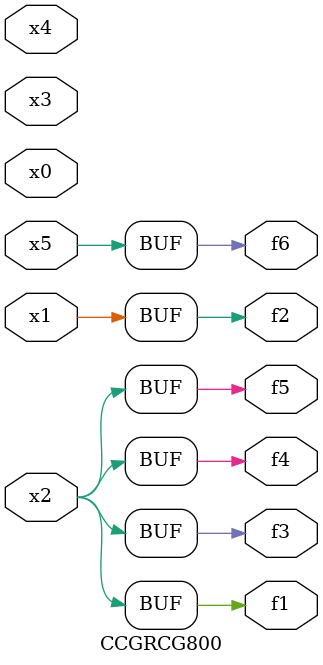
<source format=v>
module CCGRCG800(
	input x0, x1, x2, x3, x4, x5,
	output f1, f2, f3, f4, f5, f6
);
	assign f1 = x2;
	assign f2 = x1;
	assign f3 = x2;
	assign f4 = x2;
	assign f5 = x2;
	assign f6 = x5;
endmodule

</source>
